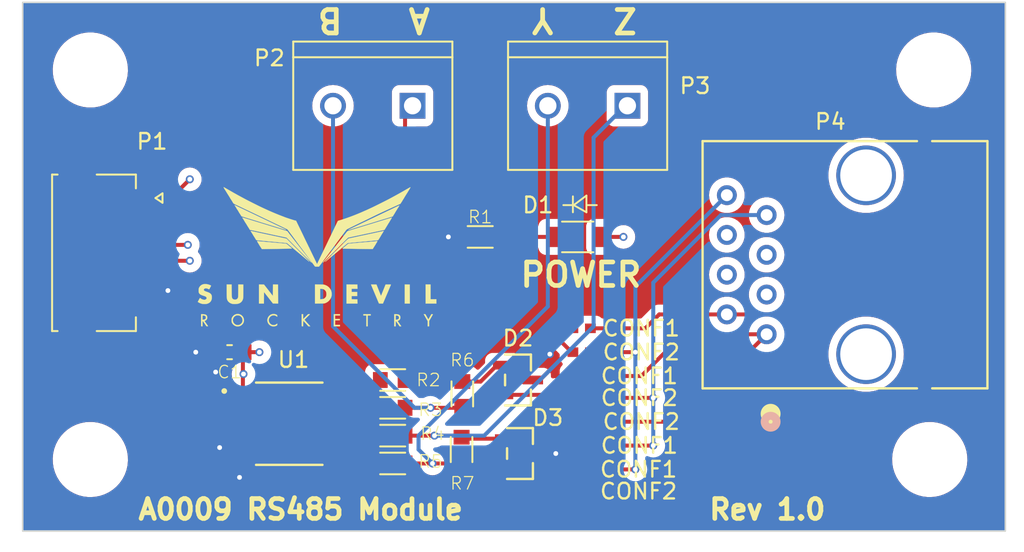
<source format=kicad_pcb>
(kicad_pcb (version 20221018) (generator pcbnew)
  (layers (0 "F.Cu" signal) (1 "In1.Cu" signal) (2 "In2.Cu" signal) (31 "B.Cu" signal) (34 "B.Paste" user) (35 "F.Paste" user) (36 "B.SilkS" user "B.Silkscreen") (37 "F.SilkS" user "F.Silkscreen") (38 "B.Mask" user) (39 "F.Mask" user) (44 "Edge.Cuts" user))
  (net 0 "")
  (net 1 "3.3V")
  (net 2 "Earth")
  (net 3 "Net-(D1-Pad1)")
  (net 4 "B")
  (net 5 "A")
  (net 6 "Y")
  (net 7 "Z")
  (net 8 "Net-(J1-B)")
  (net 9 "Net-(J3-B)")
  (net 10 "Net-(J5-B)")
  (net 11 "Net-(J7-B)")
  (net 12 "MCU_TX")
  (net 13 "MCU_RX")
  (net 18 "Net-(U1-A)")
  (net 19 "Net-(U1-B)")
  (net 20 "Net-(U1-Z)")
  (net 21 "Net-(U1-Y)")
  (footprint "RS485-Module:CDSOT23-SM712" (layer "F.Cu") (at 169.926 111.633 -90)
    (fp_text reference "D3" (at -2.286 -1.778 unlocked) (layer "F.SilkS"))
    (fp_text value "SMBJ36CA-13-F")
    (pad "1" smd rect (at -0.950001 0.9525 270) (size 0.5588 1.2954) (layers "F.Cu" "F.Paste" "F.Mask") (net 7 "Z"))
    (pad "2" smd rect (at 0.950001 0.9525 270) (size 0.5588 1.2954) (layers "F.Cu" "F.Paste" "F.Mask") (net 6 "Y"))
    (pad "3" smd rect (at 0 -0.9525 270) (size 0.5588 1.2954) (layers "F.Cu" "F.Paste" "F.Mask") (net 2 "Earth"))
  )
  (footprint "RS485-Module:MountingHole_4.3mm_M4_DIN965" (layer "F.Cu") (at 196.088 112.014)
    (fp_text reference "H3" hide)
    (fp_text value "Mounting-Hole")
    (pad "" np_thru_hole circle (at 0 0) (size 4.3 4.3) (drill 4.3) (layers "*.Cu" "*.Mask"))
  )
  (footprint "RS485-Module:MountingHole_4.3mm_M4_DIN965" (layer "F.Cu") (at 196.342 87.122)
    (fp_text reference "H2" hide)
    (fp_text value "Mounting-Hole")
    (pad "" np_thru_hole circle (at 0 0) (size 4.3 4.3) (drill 4.3) (layers "*.Cu" "*.Mask"))
  )
  (footprint "RS485-Module:Jumper-NO" (layer "F.Cu") (at 173.863 111.125)
    (fp_text reference "J6" hide)
    (fp_text value "Jumper_NO" hide)
    (fp_text user "CONF1" (at 3.683 0 unlocked) (layer "F.SilkS"))
    (pad "1" smd rect (at -0.5588 0) (size 0.6858 0.6096) (layers "F.Cu" "F.Paste" "F.Mask") (net 7 "Z"))
    (pad "2" smd rect (at 0.5588 0) (size 0.6858 0.6096) (layers "F.Cu" "F.Paste" "F.Mask") (net 10 "Net-(J5-B)"))
  )
  (footprint "RS485-Module:RES_0603" (layer "F.Cu") (at 161.798 112.268)
    (fp_text reference "R5" (at 2.413 -0.127) (layer "F.SilkS") (effects (font (size 0.8 0.8) (thickness 0.0762))))
    (fp_text value "10")
    (pad "1" smd rect (at -0.79 0) (size 0.94 1.02) (layers "F.Cu" "F.Paste" "F.Mask") (net 21 "Net-(U1-Y)"))
    (pad "2" smd rect (at 0.79 0) (size 0.94 1.02) (layers "F.Cu" "F.Paste" "F.Mask") (net 6 "Y"))
  )
  (footprint "RS485-Module:Logo" (layer "F.Cu") (at 156.960357 98.797005)
    (fp_text reference "LOGO1" hide)
    (fp_text value "Logo" hide)
  )
  (footprint "RS485-Module:282837-2" (layer "F.Cu") (at 174.244 89.408 180)
    (fp_text reference "P3" (at -6.858 1.27) (layer "F.SilkS") (effects (font (size 1.002039 1.002039))))
    (fp_text value "282837-2")
    (pad "1" thru_hole rect (at -2.54 0 180) (size 1.65 1.65) (drill 1.1) (layers "*.Cu" "*.Mask") (net 7 "Z"))
    (pad "2" thru_hole circle (at 2.54 0 180) (size 1.65 1.65) (drill 1.1) (layers "*.Cu" "*.Mask") (net 6 "Y"))
  )
  (footprint "RS485-Module:SML-LX1206GC-TR" (layer "F.Cu") (at 173.609 97.79)
    (fp_text reference "D1" (at -2.54 -2.032) (layer "F.SilkS"))
    (fp_text value "SML-LX1206GC-TR" hide)
    (pad "1" smd rect (at -1.524 0) (size 0.9652 1.2954) (layers "F.Cu" "F.Paste" "F.Mask") (net 3 "Net-(D1-Pad1)"))
    (pad "2" smd rect (at 1.524 0) (size 0.9652 1.2954) (layers "F.Cu" "F.Paste" "F.Mask") (net 1 "3.3V"))
  )
  (footprint "RS485-Module:Jumper-NO" (layer "F.Cu") (at 173.8122 112.649)
    (fp_text reference "J8" hide)
    (fp_text value "Jumper_NO" hide)
    (fp_text user "CONF1" (at 3.683 0 unlocked) (layer "F.SilkS"))
    (pad "1" smd rect (at -0.5588 0) (size 0.6858 0.6096) (layers "F.Cu" "F.Paste" "F.Mask") (net 6 "Y"))
    (pad "2" smd rect (at 0.5588 0) (size 0.6858 0.6096) (layers "F.Cu" "F.Paste" "F.Mask") (net 11 "Net-(J7-B)"))
  )
  (footprint "RS485-Module:CDSOT23-SM712" (layer "F.Cu") (at 169.799 106.934 -90)
    (fp_text reference "D2" (at -2.667 0 unlocked) (layer "F.SilkS"))
    (fp_text value "SMBJ36CA-13-F")
    (pad "1" smd rect (at -0.950001 0.9525 270) (size 0.5588 1.2954) (layers "F.Cu" "F.Paste" "F.Mask") (net 5 "A"))
    (pad "2" smd rect (at 0.950001 0.9525 270) (size 0.5588 1.2954) (layers "F.Cu" "F.Paste" "F.Mask") (net 4 "B"))
    (pad "3" smd rect (at 0 -0.9525 270) (size 0.5588 1.2954) (layers "F.Cu" "F.Paste" "F.Mask") (net 2 "Earth"))
  )
  (footprint "RS485-Module:54602-908LF" (layer "F.Cu") (at 185.674 104.013 90)
    (fp_text reference "P4" (at 13.589 4.064 unlocked) (layer "F.SilkS"))
    (fp_text value "54602-908LF")
    (pad "1" thru_hole circle (at 0 0 90) (size 1.27 1.27) (drill 0.762) (layers "*.Cu" "*.Mask") (net 9 "Net-(J3-B)"))
    (pad "2" thru_hole circle (at 1.27 -2.54 90) (size 1.27 1.27) (drill 0.762) (layers "*.Cu" "*.Mask") (net 8 "Net-(J1-B)"))
    (pad "3" thru_hole circle (at 2.54 0 90) (size 1.27 1.27) (drill 0.762) (layers "*.Cu" "*.Mask"))
    (pad "4" thru_hole circle (at 3.81 -2.54 90) (size 1.27 1.27) (drill 0.762) (layers "*.Cu" "*.Mask"))
    (pad "5" thru_hole circle (at 5.08 0 90) (size 1.27 1.27) (drill 0.762) (layers "*.Cu" "*.Mask"))
    (pad "6" thru_hole circle (at 6.35 -2.54 90) (size 1.27 1.27) (drill 0.762) (layers "*.Cu" "*.Mask"))
    (pad "7" thru_hole circle (at 7.62 0 90) (size 1.27 1.27) (drill 0.762) (layers "*.Cu" "*.Mask") (net 10 "Net-(J5-B)"))
    (pad "8" thru_hole circle (at 8.89 -2.54 90) (size 1.27 1.27) (drill 0.762) (layers "*.Cu" "*.Mask") (net 11 "Net-(J7-B)"))
    (pad "9" thru_hole circle (at -1.27 6.35 180) (size 3.81 3.81) (drill 3.302) (layers "*.Cu" "*.Mask"))
    (pad "10" thru_hole circle (at 10.16 6.35 180) (size 3.81 3.81) (drill 3.302) (layers "*.Cu" "*.Mask"))
  )
  (footprint "RS485-Module:RES_0603" (layer "F.Cu") (at 161.798 110.49)
    (fp_text reference "R4" (at 2.54 -0.127) (layer "F.SilkS") (effects (font (size 0.8 0.8) (thickness 0.0762))))
    (fp_text value "10")
    (pad "1" smd rect (at -0.79 0) (size 0.94 1.02) (layers "F.Cu" "F.Paste" "F.Mask") (net 20 "Net-(U1-Z)"))
    (pad "2" smd rect (at 0.79 0) (size 0.94 1.02) (layers "F.Cu" "F.Paste" "F.Mask") (net 7 "Z"))
  )
  (footprint "RS485-Module:RES_0603" (layer "F.Cu") (at 166.196092 111.379 90)
    (fp_text reference "R7" (at -2.159 0.046908 180) (layer "F.SilkS") (effects (font (size 0.8 0.8) (thickness 0.0762))))
    (fp_text value "100")
    (pad "1" smd rect (at -0.79 0 90) (size 0.94 1.02) (layers "F.Cu" "F.Paste" "F.Mask") (net 6 "Y"))
    (pad "2" smd rect (at 0.79 0 90) (size 0.94 1.02) (layers "F.Cu" "F.Paste" "F.Mask") (net 7 "Z"))
  )
  (footprint "RS485-Module:RES_0603" (layer "F.Cu") (at 161.798 106.934)
    (fp_text reference "R2" (at 2.286 0) (layer "F.SilkS") (effects (font (size 0.8 0.8) (thickness 0.0762))))
    (fp_text value "10")
    (pad "1" smd rect (at -0.79 0) (size 0.94 1.02) (layers "F.Cu" "F.Paste" "F.Mask") (net 18 "Net-(U1-A)"))
    (pad "2" smd rect (at 0.79 0) (size 0.94 1.02) (layers "F.Cu" "F.Paste" "F.Mask") (net 5 "A"))
  )
  (footprint "RS485-Module:Jumper-NO" (layer "F.Cu") (at 173.863 105.156)
    (fp_text reference "J7" hide)
    (fp_text value "Jumper_NO" hide)
    (fp_text user "CONF2" (at 3.81 0 unlocked) (layer "F.SilkS"))
    (pad "1" smd rect (at -0.5588 0) (size 0.6858 0.6096) (layers "F.Cu" "F.Paste" "F.Mask") (net 5 "A"))
    (pad "2" smd rect (at 0.5588 0) (size 0.6858 0.6096) (layers "F.Cu" "F.Paste" "F.Mask") (net 11 "Net-(J7-B)"))
  )
  (footprint "RS485-Module:CAP_0603" (layer "F.Cu") (at 151.384 105.156 180)
    (fp_text reference "C1" (at 0 -1.27) (layer "F.SilkS") (effects (font (size 0.8 0.8) (thickness 0.0762))))
    (fp_text value "0.1uF")
    (pad "1" smd rect (at -0.85 0 180) (size 1.1 1) (layers "F.Cu" "F.Paste" "F.Mask") (net 1 "3.3V"))
    (pad "2" smd rect (at 0.85 0 180) (size 1.1 1) (layers "F.Cu" "F.Paste" "F.Mask") (net 2 "Earth"))
  )
  (footprint "RS485-Module:MountingHole_4.3mm_M4_DIN965" (layer "F.Cu") (at 142.494 87.122)
    (fp_text reference "H1" hide)
    (fp_text value "Mounting-Hole")
    (pad "" np_thru_hole circle (at 0 0) (size 4.3 4.3) (drill 4.3) (layers "*.Cu" "*.Mask"))
  )
  (footprint "RS485-Module:282837-2" (layer "F.Cu") (at 160.528 89.408 180)
    (fp_text reference "P2" (at 6.604 3.048) (layer "F.SilkS") (effects (font (size 1.002039 1.002039))))
    (fp_text value "282837-2")
    (pad "1" thru_hole rect (at -2.54 0 180) (size 1.65 1.65) (drill 1.1) (layers "*.Cu" "*.Mask") (net 5 "A"))
    (pad "2" thru_hole circle (at 2.54 0 180) (size 1.65 1.65) (drill 1.1) (layers "*.Cu" "*.Mask") (net 4 "B"))
  )
  (footprint "RS485-Module:SN65HVD71DR" (layer "F.Cu") (at 155.194 109.728)
    (fp_text reference "U1" (at 0.27 -4.09 unlocked) (layer "F.SilkS"))
    (fp_text value "SN65HVD71DR")
    (pad "1" smd rect (at -2.72415 -1.905) (size 1.4605 0.5588) (layers "F.Cu" "F.Paste" "F.Mask") (net 1 "3.3V"))
    (pad "2" smd rect (at -2.72415 -0.635) (size 1.4605 0.5588) (layers "F.Cu" "F.Paste" "F.Mask") (net 13 "MCU_RX"))
    (pad "3" smd rect (at -2.72415 0.635) (size 1.4605 0.5588) (layers "F.Cu" "F.Paste" "F.Mask") (net 12 "MCU_TX"))
    (pad "4" smd rect (at -2.72415 1.905) (size 1.4605 0.5588) (layers "F.Cu" "F.Paste" "F.Mask") (net 2 "Earth"))
    (pad "5" smd rect (at 2.72415 1.905) (size 1.4605 0.5588) (layers "F.Cu" "F.Paste" "F.Mask") (net 21 "Net-(U1-Y)"))
    (pad "6" smd rect (at 2.72415 0.635) (size 1.4605 0.5588) (layers "F.Cu" "F.Paste" "F.Mask") (net 20 "Net-(U1-Z)"))
    (pad "7" smd rect (at 2.72415 -0.635) (size 1.4605 0.5588) (layers "F.Cu" "F.Paste" "F.Mask") (net 19 "Net-(U1-B)"))
    (pad "8" smd rect (at 2.72415 -1.905) (size 1.4605 0.5588) (layers "F.Cu" "F.Paste" "F.Mask") (net 18 "Net-(U1-A)"))
  )
  (footprint "RS485-Module:RES_0603" (layer "F.Cu") (at 167.386 97.79)
    (fp_text reference "R1" (at 0 -1.27) (layer "F.SilkS") (effects (font (size 0.8 0.8) (thickness 0.0762))))
    (fp_text value "240")
    (pad "1" smd rect (at -0.79 0) (size 0.94 1.02) (layers "F.Cu" "F.Paste" "F.Mask") (net 2 "Earth"))
    (pad "2" smd rect (at 0.79 0) (size 0.94 1.02) (layers "F.Cu" "F.Paste" "F.Mask") (net 3 "Net-(D1-Pad1)"))
  )
  (footprint "RS485-Module:Jumper-NO" (layer "F.Cu") (at 173.863 109.601)
    (fp_text reference "J4" hide)
    (fp_text value "Jumper_NO" hide)
    (fp_text user "CONF2" (at 3.81 0 unlocked) (layer "F.SilkS"))
    (pad "1" smd rect (at -0.5588 0) (size 0.6858 0.6096) (layers "F.Cu" "F.Paste" "F.Mask") (net 7 "Z"))
    (pad "2" smd rect (at 0.5588 0) (size 0.6858 0.6096) (layers "F.Cu" "F.Paste" "F.Mask") (net 9 "Net-(J3-B)"))
  )
  (footprint "RS485-Module:Jumper-NO" (layer "F.Cu") (at 173.863 106.68)
    (fp_text reference "J3" hide)
    (fp_text value "Jumper_NO" hide)
    (fp_text user "CONF1" (at 3.683 0 unlocked) (layer "F.SilkS"))
    (pad "1" smd rect (at -0.5588 0) (size 0.6858 0.6096) (layers "F.Cu" "F.Paste" "F.Mask") (net 4 "B"))
    (pad "2" smd rect (at 0.5588 0) (size 0.6858 0.6096) (layers "F.Cu" "F.Paste" "F.Mask") (net 9 "Net-(J3-B)"))
  )
  (footprint "RS485-Module:RES_0603" (layer "F.Cu") (at 166.243 107.823 90)
    (fp_text reference "R6" (at 2.159 0 180) (layer "F.SilkS") (effects (font (size 0.8 0.8) (thickness 0.0762))))
    (fp_text value "100")
    (pad "1" smd rect (at -0.79 0 90) (size 0.94 1.02) (layers "F.Cu" "F.Paste" "F.Mask") (net 4 "B"))
    (pad "2" smd rect (at 0.79 0 90) (size 0.94 1.02) (layers "F.Cu" "F.Paste" "F.Mask") (net 5 "A"))
  )
  (footprint "RS485-Module:5015680807" (layer "F.Cu") (at 143.002 98.806 -90)
    (fp_text reference "P1" (at -7.112 -3.429) (layer "F.SilkS"))
    (fp_text value "5015680807")
    (pad "1" smd rect (at -3.5 -2.55 270) (size 0.6 1.5) (layers "F.Cu" "F.Paste") (net 1 "3.3V"))
    (pad "2" smd rect (at -2.5 -2.55 270) (size 0.6 1.5) (layers "F.Cu" "F.Paste") (net 12 "MCU_TX"))
    (pad "3" smd rect (at -1.5 -2.55 270) (size 0.6 1.5) (layers "F.Cu" "F.Paste") (net 13 "MCU_RX"))
    (pad "4" smd rect (at -0.5 -2.55 270) (size 0.6 1.5) (layers "F.Cu" "F.Paste") (net 1 "3.3V"))
    (pad "5" smd rect (at 0.5 -2.55 270) (size 0.6 1.5) (layers "F.Cu" "F.Paste") (net 1 "3.3V"))
    (pad "6" smd rect (at 1.5 -2.55 270) (size 0.6 1.5) (layers "F.Cu" "F.Paste") (net 2 "Earth"))
    (pad "7" smd rect (at 2.5 -2.55 270) (size 0.6 1.5) (layers "F.Cu" "F.Paste") (net 2 "Earth"))
    (pad "8" smd rect (at 3.5 -2.55 270) (size 0.6 1.5) (layers "F.Cu" "F.Paste") (net 2 "Earth"))
    (pad "S1" smd rect (at 4.8 1.35 270) (size 1.2 1.8) (layers "F.Cu" "F.Paste"))
    (pad "S2" smd rect (at -4.8 1.35 270) (size 1.2 1.8) (layers "F.Cu" "F.Paste"))
    (zone (net 0) (net_name "") (layer "F.Cu") (connect_pads (clearance 0)) (min_thickness 0.01)
      (keepout (tracks not_allowed) (vias not_allowed) (pads not_allowed) (copperpour not_allowed) (footprints allowed))
      (fill (thermal_gap 0.508) (thermal_bridge_width 0.508))
      (polygon (pts (xy 142.557 103.156) (xy 145.402 103.156) (xy 145.402 102.611) (xy 144.797 102.611) (xy 144.797 102.001) (xy 145.402 102.001) (xy 145.402 101.611) (xy 144.797 101.611) (xy 144.797 101.001) (xy 145.402 101.001) (xy 145.402 100.611) (xy 144.797 100.611) (xy 144.797 100.001) (xy 145.402 100.001) (xy 145.402 99.611) (xy 144.797 99.611) (xy 144.797 99.001) (xy 145.402 99.001) (xy 145.402 98.611) (xy 144.797 98.611) (xy 144.797 98.001) (xy 145.402 98.001) (xy 145.402 97.611) (xy 144.797 97.611) (xy 144.797 97.001) (xy 145.402 97.001) (xy 145.402 96.611) (xy 144.797 96.611) (xy 144.797 96.001) (xy 145.402 96.001) (xy 145.402 95.611) (xy 144.797 95.611) (xy 144.797 95.001) (xy 145.402 95.001) (xy 145.402 94.456) (xy 142.557 94.456) (xy 142.557 94.611) (xy 140.747 94.611) (xy 140.747 94.456) (xy 139.752 94.456) (xy 139.752 103.156) (xy 140.747 103.156) (xy 140.747 103.001) (xy 142.557 103.001)))
    )
  )
  (footprint "RS485-Module:Jumper-NO" (layer "F.Cu") (at 173.8122 114.173)
    (fp_text reference "J2" hide)
    (fp_text value "Jumper_NO" hide)
    (fp_text user "CONF2" (at 3.683 -0.127 unlocked) (layer "F.SilkS"))
    (pad "1" smd rect (at -0.5588 0) (size 0.6858 0.6096) (layers "F.Cu" "F.Paste" "F.Mask") (net 6 "Y"))
    (pad "2" smd rect (at 0.5588 0) (size 0.6858 0.6096) (layers "F.Cu" "F.Paste" "F.Mask") (net 8 "Net-(J1-B)"))
  )
  (footprint "RS485-Module:MountingHole_4.3mm_M4_DIN965" (layer "F.Cu") (at 142.494 112.014)
    (fp_text reference "H4" hide)
    (fp_text value "Mounting-Hole" hide)
    (pad "" np_thru_hole circle (at 0 0) (size 4.3 4.3) (drill 4.3) (layers "*.Cu" "*.Mask"))
  )
  (footprint "RS485-Module:Jumper-NO" (layer "F.Cu") (at 173.863 103.632)
    (fp_text reference "J1" hide)
    (fp_text value "Jumper_NO" hide)
    (fp_text user "CONF1" (at 3.81 0 unlocked) (layer "F.SilkS"))
    (pad "1" smd rect (at -0.5588 0) (size 0.6858 0.6096) (layers "F.Cu" "F.Paste" "F.Mask") (net 5 "A"))
    (pad "2" smd rect (at 0.5588 0) (size 0.6858 0.6096) (layers "F.Cu" "F.Paste" "F.Mask") (net 8 "Net-(J1-B)"))
  )
  (footprint "RS485-Module:RES_0603" (layer "F.Cu") (at 161.798 108.712)
    (fp_text reference "R3" (at 2.413 0.127) (layer "F.SilkS") (effects (font (size 0.8 0.8) (thickness 0.0762))))
    (fp_text value "10")
    (pad "1" smd rect (at -0.79 0) (size 0.94 1.02) (layers "F.Cu" "F.Paste" "F.Mask") (net 19 "Net-(U1-B)"))
    (pad "2" smd rect (at 0.79 0) (size 0.94 1.02) (layers "F.Cu" "F.Paste" "F.Mask") (net 4 "B"))
  )
  (footprint "RS485-Module:Jumper-NO" (layer "F.Cu") (at 173.863 108.077)
    (fp_text reference "J5" hide)
    (fp_text value "Jumper_NO" hide)
    (fp_text user "CONF2" (at 3.683 0 unlocked) (layer "F.SilkS"))
    (pad "1" smd rect (at -0.5588 0) (size 0.6858 0.6096) (layers "F.Cu" "F.Paste" "F.Mask") (net 4 "B"))
    (pad "2" smd rect (at 0.5588 0) (size 0.6858 0.6096) (layers "F.Cu" "F.Paste" "F.Mask") (net 10 "Net-(J5-B)"))
  )
  (gr_rect (start 138.176 82.804) (end 200.914 116.586) (stroke (width 0.1)) (fill none) (layer "Edge.Cuts"))
  (gr_text "Z" (at 177.546 83.058 180) (layer "F.SilkS") (effects (font (size 1.5 1.5) (thickness 0.3) bold) (justify left bottom)))
  (gr_text "Rev 1.0\n" (at 181.864 115.951) (layer "F.SilkS") (effects (font (size 1.27 1.27) (thickness 0.3) bold) (justify left bottom)))
  (gr_text "Y" (at 172.212 83.058 180) (layer "F.SilkS") (effects (font (size 1.5 1.5) (thickness 0.3) bold) (justify left bottom)))
  (gr_text "A" (at 164.338 83.058 180) (layer "F.SilkS") (effects (font (size 1.5 1.5) (thickness 0.3) bold) (justify left bottom)))
  (gr_text "A0009 RS485 Module\n" (at 145.415 115.951) (layer "F.SilkS") (effects (font (size 1.27 1.27) (thickness 0.3) bold) (justify left bottom)))
  (gr_text "POWER" (at 169.799 101.092) (layer "F.SilkS") (effects (font (size 1.5 1.5) (thickness 0.3) bold) (justify left bottom)))
  (gr_text "B" (at 158.75 83.058 180) (layer "F.SilkS") (effects (font (size 1.5 1.5) (thickness 0.3) bold) (justify left bottom)))
  (segment (start 152.234 105.156) (end 153.289 105.156) (width 0.254) (layer "F.Cu") (net 1))
  (segment (start 145.552 99.306) (end 148.844 99.314) (width 0.254) (layer "F.Cu") (net 1))
  (segment (start 147.645 95.306) (end 148.844 94.107) (width 0.254) (layer "F.Cu") (net 1))
  (segment (start 145.552 98.306) (end 148.717 98.298) (width 0.254) (layer "F.Cu") (net 1))
  (segment (start 145.552 95.306) (end 147.645 95.306) (width 0.254) (layer "F.Cu") (net 1))
  (segment (start 152.273 106.553) (end 152.234 106.592) (width 0.254) (layer "F.Cu") (net 1))
  (segment (start 153.289 105.156) (end 153.162 105.156) (width 0.254) (layer "F.Cu") (net 1))
  (segment (start 152.234 105.156) (end 152.234 106.338) (width 0.254) (layer "F.Cu") (net 1))
  (segment (start 152.234 106.514) (end 152.273 106.553) (width 0.254) (layer "F.Cu") (net 1))
  (segment (start 152.234 106.592) (end 152.234 107.862) (width 0.254) (layer "F.Cu") (net 1))
  (segment (start 148.717 98.298) (end 148.725 98.306) (width 0.254) (layer "F.Cu") (net 1))
  (segment (start 148.844 99.314) (end 148.836 99.306) (width 0.254) (layer "F.Cu") (net 1))
  (segment (start 175.133 97.79) (end 176.53 97.79) (width 0.254) (layer "F.Cu") (net 1))
  (segment (start 152.234 106.338) (end 152.234 106.514) (width 0.254) (layer "F.Cu") (net 1))
  (via (at 152.273 106.553) (size 0.508) (drill 0.3048) (layers "F.Cu" "B.Cu") (net 1))
  (via (at 176.53 97.79) (size 0.508) (drill 0.3048) (layers "F.Cu" "B.Cu") (net 1))
  (via (at 148.844 94.107) (size 0.508) (drill 0.3048) (layers "F.Cu" "B.Cu") (net 1))
  (via (at 148.844 99.314) (size 0.508) (drill 0.3048) (layers "F.Cu" "B.Cu") (net 1))
  (via (at 153.289 105.156) (size 0.508) (drill 0.3048) (layers "F.Cu" "B.Cu") (net 1))
  (via (at 148.717 98.298) (size 0.508) (drill 0.3048) (layers "F.Cu" "B.Cu") (net 1))
  (segment (start 152.46985 111.633) (end 152.46985 112.70615) (width 0.254) (layer "F.Cu") (net 2))
  (segment (start 146.685 102.362) (end 146.304 102.362) (width 0.254) (layer "F.Cu") (net 2))
  (segment (start 145.552 101.209) (end 145.529 101.232) (width 0.254) (layer "F.Cu") (net 2))
  (segment (start 150.495 106.426) (end 150.534 106.465) (width 0.254) (layer "F.Cu") (net 2))
  (segment (start 150.534 105.156) (end 149.225 105.156) (width 0.254) (layer "F.Cu") (net 2))
  (segment (start 146.915 100.306) (end 147.447 100.838) (width 0.254) (layer "F.Cu") (net 2))
  (segment (start 170.8785 111.633) (end 172.212 111.633) (width 0.254) (layer "F.Cu") (net 2))
  (segment (start 147.447 101.6) (end 146.685 102.362) (width 0.254) (layer "F.Cu") (net 2))
  (segment (start 166.596 97.79) (end 165.354 97.79) (width 0.254) (layer "F.Cu") (net 2))
  (segment (start 145.552 101.306) (end 147.36 101.306) (width 0.254) (layer "F.Cu") (net 2))
  (segment (start 150.534 105.156) (end 150.534 106.387) (width 0.254) (layer "F.Cu") (net 2))
  (segment (start 145.552 100.306) (end 145.552 101.209) (width 0.254) (layer "F.Cu") (net 2))
  (segment (start 171.831 106.299) (end 171.831 105.283) (width 0.254) (layer "F.Cu") (net 2))
  (segment (start 152.46985 111.633) (end 151.13 111.633) (width 0.254) (layer "F.Cu") (net 2))
  (segment (start 149.225 105.156) (end 149.352 105.156) (width 0.254) (layer "F.Cu") (net 2))
  (segment (start 151.13 111.633) (end 150.749 111.252) (width 0.254) (layer "F.Cu") (net 2))
  (segment (start 147.447 100.838) (end 147.447 101.219) (width 0.254) (layer "F.Cu") (net 2))
  (segment (start 147.447 101.219) (end 147.447 101.6) (width 0.254) (layer "F.Cu") (net 2))
  (segment (start 145.552 100.306) (end 146.915 100.306) (width 0.254) (layer "F.Cu") (net 2))
  (segment (start 150.534 106.387) (end 150.495 106.426) (width 0.254) (layer "F.Cu") (net 2))
  (segment (start 150.534 106.465) (end 150.534 106.514) (width 0.254) (layer "F.Cu") (net 2))
  (segment (start 152.46985 112.70615) (end 152.019 113.157) (width 0.254) (layer "F.Cu") (net 2))
  (segment (start 170.7515 106.934) (end 171.196 106.934) (width 0.254) (layer "F.Cu") (net 2))
  (segment (start 147.36 101.306) (end 147.447 101.219) (width 0.254) (layer "F.Cu") (net 2))
  (segment (start 171.196 106.934) (end 171.831 106.299) (width 0.254) (layer "F.Cu") (net 2))
  (segment (start 145.529 101.232) (end 145.529 102.121) (width 0.254) (layer "F.Cu") (net 2))
  (via (at 147.447 101.219) (size 0.508) (drill 0.3048) (layers "F.Cu" "B.Cu") (net 2))
  (via (at 150.749 111.252) (size 0.508) (drill 0.3048) (layers "F.Cu" "B.Cu") (net 2))
  (via (at 171.831 105.283) (size 0.508) (drill 0.3048) (layers "F.Cu" "B.Cu") (net 2))
  (via (at 152.019 113.157) (size 0.508) (drill 0.3048) (layers "F.Cu" "B.Cu") (net 2))
  (via (at 150.495 106.426) (size 0.508) (drill 0.3048) (layers "F.Cu" "B.Cu") (net 2))
  (via (at 172.212 111.633) (size 0.508) (drill 0.3048) (layers "F.Cu" "B.Cu") (net 2))
  (via (at 165.354 97.79) (size 0.508) (drill 0.3048) (layers "F.Cu" "B.Cu") (net 2))
  (via (at 149.225 105.156) (size 0.508) (drill 0.3048) (layers "F.Cu" "B.Cu") (net 2))
  (segment (start 172.085 97.79) (end 168.148 97.79) (width 0.254) (layer "F.Cu") (net 3))
  (segment (start 172.72 107.442) (end 173.101 107.823) (width 0.254) (layer "F.Cu") (net 4))
  (segment (start 167.231 108.613) (end 167.894 107.95) (width 0.254) (layer "F.Cu") (net 4))
  (segment (start 162.588 108.712) (end 164.211 108.712) (width 0.254) (layer "F.Cu") (net 4))
  (segment (start 167.894 107.95) (end 168.529 107.95) (width 0.254) (layer "F.Cu") (net 4))
  (segment (start 168.8465 107.884001) (end 171.769999 107.884001) (width 0.254) (layer "F.Cu") (net 4))
  (segment (start 164.211 108.712) (end 166.37 108.712) (width 0.254) (layer "F.Cu") (net 4))
  (segment (start 172.593 107.442) (end 172.72 107.442) (width 0.254) (layer "F.Cu") (net 4))
  (segment (start 173.3042 106.7308) (end 172.593 107.442) (width 0.254) (layer "F.Cu") (net 4))
  (segment (start 166.243 108.613) (end 167.231 108.613) (width 0.254) (layer "F.Cu") (net 4))
  (segment (start 168.529 107.95) (end 168.656 107.823) (width 0.254) (layer "F.Cu") (net 4))
  (segment (start 171.769999 107.884001) (end 172.212 107.442) (width 0.254) (layer "F.Cu") (net 4))
  (segment (start 172.212 107.442) (end 172.593 107.442) (width 0.254) (layer "F.Cu") (net 4))
  (segment (start 173.3042 106.68) (end 173.3042 106.7308) (width 0.254) (layer "F.Cu") (net 4))
  (via (at 164.211 108.712) (size 0.508) (drill 0.3048) (layers "F.Cu" "B.Cu") (net 4))
  (segment (start 163.195 108.712) (end 157.988 103.505) (width 0.254) (layer "B.Cu") (net 4))
  (segment (start 157.988 103.505) (end 157.988 89.281) (width 0.254) (layer "B.Cu") (net 4))
  (segment (start 164.211 108.712) (end 163.195 108.712) (width 0.254) (layer "B.Cu") (net 4))
  (segment (start 171.577 104.394) (end 172.466 104.394) (width 0.254) (layer "F.Cu") (net 5))
  (segment (start 162.588 106.934) (end 162.588 89.253) (width 0.254) (layer "F.Cu") (net 5))
  (segment (start 172.466 104.394) (end 173.101 105.029) (width 0.254) (layer "F.Cu") (net 5))
  (segment (start 162.588 89.253) (end 162.814 89.027) (width 0.254) (layer "F.Cu") (net 5))
  (segment (start 166.243 107.033) (end 167.414 107.033) (width 0.254) (layer "F.Cu") (net 5))
  (segment (start 169.987001 105.983999) (end 171.577 104.394) (width 0.254) (layer "F.Cu") (net 5))
  (segment (start 168.8465 105.983999) (end 169.987001 105.983999) (width 0.254) (layer "F.Cu") (net 5))
  (segment (start 172.466 104.394) (end 173.101 103.759) (width 0.254) (layer "F.Cu") (net 5))
  (segment (start 167.414 107.033) (end 168.275 106.172) (width 0.254) (layer "F.Cu") (net 5))
  (segment (start 162.588 106.934) (end 166.37 106.934) (width 0.254) (layer "F.Cu") (net 5))
  (segment (start 171.196 113.411) (end 172.339 113.411) (width 0.254) (layer "F.Cu") (net 6))
  (segment (start 166.196092 112.169) (end 168.176 112.169) (width 0.254) (layer "F.Cu") (net 6))
  (segment (start 168.9735 112.583001) (end 170.368001 112.583001) (width 0.254) (layer "F.Cu") (net 6))
  (segment (start 172.339 113.411) (end 172.974 112.776) (width 0.254) (layer "F.Cu") (net 6))
  (segment (start 170.368001 112.583001) (end 171.196 113.411) (width 0.254) (layer "F.Cu") (net 6))
  (segment (start 172.339 113.411) (end 172.974 114.046) (width 0.254) (layer "F.Cu") (net 6))
  (segment (start 162.588 112.268) (end 164.338 112.268) (width 0.254) (layer "F.Cu") (net 6))
  (segment (start 164.338 112.268) (end 166.243 112.268) (width 0.254) (layer "F.Cu") (net 6))
  (segment (start 172.974 114.046) (end 173.101 114.046) (width 0.254) (layer "F.Cu") (net 6))
  (segment (start 168.176 112.169) (end 168.529 112.522) (width 0.254) (layer "F.Cu") (net 6))
  (via (at 164.338 112.268) (size 0.508) (drill 0.3048) (layers "F.Cu" "B.Cu") (net 6))
  (segment (start 163.449 111.379) (end 164.338 112.268) (width 0.254) (layer "B.Cu") (net 6))
  (segment (start 171.704 102.235) (end 163.449 110.49) (width 0.254) (layer "B.Cu") (net 6))
  (segment (start 163.449 110.49) (end 163.449 111.379) (width 0.254) (layer "B.Cu") (net 6))
  (segment (start 171.704 89.408) (end 171.704 102.235) (width 0.254) (layer "B.Cu") (net 6))
  (segment (start 164.465 110.49) (end 166.37 110.49) (width 0.254) (layer "F.Cu") (net 7))
  (segment (start 171.577 110.363) (end 172.466 110.363) (width 0.254) (layer "F.Cu") (net 7))
  (segment (start 168.9735 110.682999) (end 171.257001 110.682999) (width 0.254) (layer "F.Cu") (net 7))
  (segment (start 162.588 110.49) (end 164.465 110.49) (width 0.254) (layer "F.Cu") (net 7))
  (segment (start 172.466 110.363) (end 173.101 110.998) (width 0.254) (layer "F.Cu") (net 7))
  (segment (start 171.257001 110.682999) (end 171.577 110.363) (width 0.254) (layer "F.Cu") (net 7))
  (segment (start 172.466 110.363) (end 173.228 109.601) (width 0.254) (layer "F.Cu") (net 7))
  (segment (start 168.9735 110.682999) (end 166.435999 110.682999) (width 0.254) (layer "F.Cu") (net 7))
  (via (at 164.465 110.49) (size 0.508) (drill 0.3048) (layers "F.Cu" "B.Cu") (net 7))
  (segment (start 174.625 91.44) (end 176.784 89.281) (width 0.254) (layer "B.Cu") (net 7))
  (segment (start 164.465 110.49) (end 167.64 110.49) (width 0.254) (layer "B.Cu") (net 7))
  (segment (start 167.64 110.49) (end 174.625 103.505) (width 0.254) (layer "B.Cu") (net 7))
  (segment (start 174.625 103.505) (end 174.625 91.44) (width 0.254) (layer "B.Cu") (net 7))
  (segment (start 179.07 114.173) (end 187.198 106.045) (width 0.254) (layer "F.Cu") (net 8))
  (segment (start 186.309 102.743) (end 183.134 102.743) (width 0.254) (layer "F.Cu") (net 8))
  (segment (start 183.134 102.743) (end 178.816 102.743) (width 0.254) (layer "F.Cu") (net 8))
  (segment (start 178.816 102.743) (end 177.927 103.632) (width 0.254) (layer "F.Cu") (net 8))
  (segment (start 174.4218 103.632) (end 177.927 103.632) (width 0.254) (layer "F.Cu") (net 8))
  (segment (start 187.198 103.632) (end 186.309 102.743) (width 0.254) (layer "F.Cu") (net 8))
  (segment (start 187.198 106.045) (end 187.198 103.632) (width 0.254) (layer "F.Cu") (net 8))
  (segment (start 174.371 114.173) (end 179.07 114.173) (width 0.254) (layer "F.Cu") (net 8))
  (segment (start 174.4218 109.601) (end 180.086 109.601) (width 0.254) (layer "F.Cu") (net 9))
  (segment (start 174.4218 106.68) (end 177.673 106.68) (width 0.254) (layer "F.Cu") (net 9))
  (segment (start 177.673 106.68) (end 180.34 104.013) (width 0.254) (layer "F.Cu") (net 9))
  (segment (start 180.086 109.601) (end 185.674 104.013) (width 0.254) (layer "F.Cu") (net 9))
  (segment (start 180.34 104.013) (end 185.674 104.013) (width 0.254) (layer "F.Cu") (net 9))
  (segment (start 174.4218 108.077) (end 178.435 108.077) (width 0.254) (layer "F.Cu") (net 10))
  (segment (start 174.4218 111.125) (end 178.435 111.125) (width 0.254) (layer "F.Cu") (net 10))
  (via (at 178.435 108.077) (size 0.508) (drill 0.3048) (layers "F.Cu" "B.Cu") (net 10))
  (via (at 178.435 111.125) (size 0.508) (drill 0.3048) (layers "F.Cu" "B.Cu") (net 10))
  (segment (start 178.435 100.711) (end 182.753 96.393) (width 0.254) (layer "B.Cu") (net 10))
  (segment (start 178.435 108.077) (end 178.435 100.711) (width 0.254) (layer "B.Cu") (net 10))
  (segment (start 178.435 110.998) (end 178.435 108.077) (width 0.254) (layer "B.Cu") (net 10))
  (segment (start 178.435 111.125) (end 178.435 110.998) (width 0.254) (layer "B.Cu") (net 10))
  (segment (start 182.753 96.393) (end 185.674 96.393) (width 0.254) (layer "B.Cu") (net 10))
  (segment (start 174.371 112.649) (end 177.292 112.649) (width 0.254) (layer "F.Cu") (net 11))
  (segment (start 174.4218 105.156) (end 177.292 105.156) (width 0.254) (layer "F.Cu") (net 11))
  (via (at 177.292 105.156) (size 0.508) (drill 0.3048) (layers "F.Cu" "B.Cu") (net 11))
  (via (at 177.292 112.649) (size 0.508) (drill 0.3048) (layers "F.Cu" "B.Cu") (net 11))
  (segment (start 177.292 112.522) (end 177.292 105.156) (width 0.254) (layer "B.Cu") (net 11))
  (segment (start 177.292 112.649) (end 177.292 112.522) (width 0.254) (layer "B.Cu") (net 11))
  (segment (start 177.292 105.156) (end 177.292 100.965) (width 0.254) (layer "B.Cu") (net 11))
  (segment (start 177.292 100.965) (end 183.134 95.123) (width 0.254) (layer "B.Cu") (net 11))
  (segment (start 155.194 100.076) (end 151.384 96.266) (width 0.254) (layer "F.Cu") (net 12))
  (segment (start 152.46985 110.363) (end 152.9207 110.363) (width 0.254) (layer "F.Cu") (net 12))
  (segment (start 151.384 96.266) (end 145.796 96.266) (width 0.254) (layer "F.Cu") (net 12))
  (segment (start 155.194 108.0897) (end 155.194 100.076) (width 0.254) (layer "F.Cu") (net 12))
  (segment (start 152.9207 110.363) (end 155.194 108.0897) (width 0.254) (layer "F.Cu") (net 12))
  (segment (start 154.432 100.33) (end 151.511 97.409) (width 0.254) (layer "F.Cu") (net 13))
  (segment (start 151.511 97.409) (end 145.796 97.409) (width 0.254) (layer "F.Cu") (net 13))
  (segment (start 152.46985 109.093) (end 152.9207 109.093) (width 0.254) (layer "F.Cu") (net 13))
  (segment (start 154.432 107.5817) (end 154.432 100.33) (width 0.254) (layer "F.Cu") (net 13))
  (segment (start 152.9207 109.093) (end 154.432 107.5817) (width 0.254) (layer "F.Cu") (net 13))
  (segment (start 157.91815 107.823) (end 160.02 107.823) (width 0.254) (layer "F.Cu") (net 18))
  (segment (start 160.02 107.823) (end 160.655 107.188) (width 0.254) (layer "F.Cu") (net 18))
  (segment (start 159.639 109.093) (end 160.02 108.712) (width 0.254) (layer "F.Cu") (net 19))
  (segment (start 160.02 108.712) (end 160.782 108.712) (width 0.254) (layer "F.Cu") (net 19))
  (segment (start 157.91815 109.093) (end 159.639 109.093) (width 0.254) (layer "F.Cu") (net 19))
  (segment (start 157.91815 110.363) (end 160.909 110.363) (width 0.254) (layer "F.Cu") (net 20))
  (segment (start 160.909 110.363) (end 161.036 110.236) (width 0.254) (layer "F.Cu") (net 20))
  (segment (start 157.91815 111.633) (end 159.258 111.633) (width 0.254) (layer "F.Cu") (net 21))
  (segment (start 159.258 111.633) (end 159.766 112.141) (width 0.254) (layer "F.Cu") (net 21))
  (segment (start 159.766 112.141) (end 160.782 112.141) (width 0.254) (layer "F.Cu") (net 21))
  (zone (net 2) (net_name "Earth") (layers "F.Cu" "In1.Cu" "B.Cu") (connect_pads (clearance 0.5)) (min_thickness 0.25) (fill yes (thermal_gap 0.5) (thermal_bridge_width 0.5))
    (polygon (pts (xy 138.176 82.804) (xy 201.041 82.804) (xy 200.914 116.586) (xy 138.049 116.713)))
  )
)
</source>
